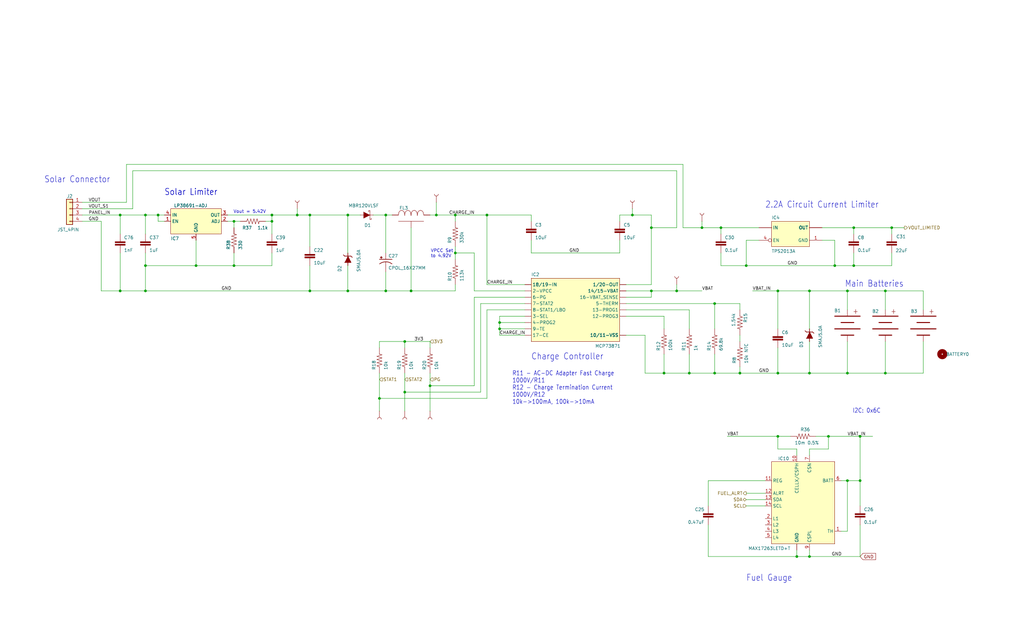
<source format=kicad_sch>
(kicad_sch (version 20250114) (generator "eeschema") (generator_version "9.0")
  (paper "User" 411.302 254.991)
  (lib_symbols
    (symbol "Connector_Generic:Conn_01x04" (pin_names (offset 1.016) (hide yes))
      (property "Reference" "J" (at 0 5.08 0))
      (property "Value" "Conn_01x04" (at 0 -7.62 0))
      (symbol "Conn_01x04_1_1"
        (pin passive line (at -5.08 2.54 0) (length 3.81) (name "Pin_1") (number "1"))
        (pin passive line (at -5.08 0 0) (length 3.81) (name "Pin_2") (number "2"))
        (pin passive line (at -5.08 -2.54 0) (length 3.81) (name "Pin_3") (number "3"))
        (pin passive line (at -5.08 -5.08 0) (length 3.81) (name "Pin_4") (number "4"))
      )
    )
    (symbol "autonode:18650_1042"
      (property "Reference" "B" (at 7.62 2.54 0))
      (symbol "18650_1042_1_0"
        (text "+" (at 2.032 5.842 0) (effects (font (size 2.1844 1.8567)) (justify left bottom)))
        (pin bidirectional line (at 0 7.62 270) (length 2.54) (name "+") (number "+"))
        (pin bidirectional line (at 0 -5.08 90) (length 2.54) (name "-") (number "-"))
      )
    )
    (symbol "autonode:BULLET"
      (property "Reference" "-" (at 1.524 -0.762 0))
    )
    (symbol "autonode:CAP0402"
      (property "Reference" "C" (at 1.524 2.921 0))
      (symbol "CAP0402_1_0"
        (pin passive line (at 0 5.08 270) (length 2.54) (name "1") (number "1"))
        (pin passive line (at 0 -2.54 90) (length 2.54) (name "2") (number "2"))
      )
    )
    (symbol "autonode:CAP0603"
      (property "Reference" "C" (at 1.524 2.921 0))
      (symbol "CAP0603_1_0"
        (pin passive line (at 0 5.08 270) (length 2.54) (name "1") (number "1"))
        (pin passive line (at 0 -2.54 90) (length 2.54) (name "2") (number "2"))
      )
    )
    (symbol "autonode:CAP0805"
      (property "Reference" "C" (at 1.524 2.921 0))
      (symbol "CAP0805_1_0"
        (pin passive line (at 0 5.08 270) (length 2.54) (name "1") (number "1"))
        (pin passive line (at 0 -2.54 90) (length 2.54) (name "2") (number "2"))
      )
    )
    (symbol "autonode:CPOL_16X27MM"
      (property "Reference" "C" (at 1.016 0.635 0))
      (symbol "CPOL_16X27MM_1_0"
        (pin passive line (at 0 2.54 270) (length 2.54) (name "+") (number "+"))
        (pin passive line (at 0 -5.08 90) (length 2.54) (name "-") (number "-"))
      )
    )
    (symbol "autonode:LP38691-ADJ"
      (property "Reference" "IC" (at -10.16 8.382 0))
      (symbol "LP38691-ADJ_1_0"
        (pin bidirectional line (at -12.7 5.08 0) (length 2.54) (name "IN") (number "4"))
        (pin bidirectional line (at -12.7 2.54 0) (length 2.54) (name "EN") (number "1"))
        (pin bidirectional line (at 0 -5.08 90) (length 2.54) (name "GND") (number "5"))
        (pin bidirectional line (at 12.7 5.08 180) (length 2.54) (name "OUT") (number "3"))
        (pin bidirectional line (at 12.7 2.54 180) (length 2.54) (name "ADJ") (number "2"))
      )
    )
    (symbol "autonode:MAX17263LETD+T"
      (property "Reference" "IC" (at 5.588 15.748 0))
      (symbol "MAX17263LETD+T_1_0"
        (pin bidirectional line (at -15.24 7.62 0) (length 2.54) (name "BATT") (number "6"))
        (pin bidirectional line (at -15.24 -12.7 0) (length 2.54) (name "TH") (number "1"))
        (pin bidirectional line (at -2.54 17.78 270) (length 2.54) (name "CSN") (number "7"))
        (pin bidirectional line (at -2.54 -20.32 90) (length 2.54) (name "CSPL") (number "9"))
        (pin bidirectional line (at 2.54 17.78 270) (length 2.54) (name "CELLX/CSPH") (number "10"))
        (pin bidirectional line (at 2.54 -20.32 90) (length 2.54) (name "GND") (number "15"))
        (pin bidirectional line (at 2.54 -20.32 90) (length 2.54) (name "GND") (number "8"))
        (pin bidirectional line (at 15.24 7.62 180) (length 2.54) (name "REG") (number "11"))
        (pin bidirectional line (at 15.24 2.54 180) (length 2.54) (name "ALRT") (number "12"))
        (pin bidirectional line (at 15.24 0 180) (length 2.54) (name "SDA") (number "13"))
        (pin bidirectional line (at 15.24 -2.54 180) (length 2.54) (name "SCL") (number "14"))
        (pin bidirectional line (at 15.24 -7.62 180) (length 2.54) (name "L1") (number "2"))
        (pin bidirectional line (at 15.24 -10.16 180) (length 2.54) (name "L2") (number "3"))
        (pin bidirectional line (at 15.24 -12.7 180) (length 2.54) (name "L3") (number "4"))
        (pin bidirectional line (at 15.24 -15.24 180) (length 2.54) (name "L4") (number "5"))
      )
    )
    (symbol "autonode:MBR120VLSF"
      (property "Reference" "D" (at -5.08 2.54 0))
      (symbol "MBR120VLSF_1_0"
        (pin bidirectional line (at -2.54 0 0) (length 0) (name "A") (number "A"))
        (pin bidirectional line (at 2.54 0 0) (length 0) (name "K") (number "K"))
      )
    )
    (symbol "autonode:MCP73871"
      (property "Reference" "IC" (at -17.78 13.462 0))
      (property "Value" "MCP73871" (at 8.128 -14.986 0))
      (symbol "MCP73871_1_0"
        (pin bidirectional line (at -20.32 10.16 0) (length 2.54) (name "18/19-IN") (number "18"))
        (pin bidirectional line (at -20.32 10.16 0) (length 2.54) (name "18/19-IN") (number "19"))
        (pin bidirectional line (at -20.32 7.62 0) (length 2.54) (name "2-VPCC") (number "2"))
        (pin bidirectional line (at -20.32 5.08 0) (length 2.54) (name "6-PG") (number "6"))
        (pin bidirectional line (at -20.32 2.54 0) (length 2.54) (name "7-STAT2") (number "7"))
        (pin bidirectional line (at -20.32 0 0) (length 2.54) (name "8-STAT1/LBO") (number "8"))
        (pin bidirectional line (at -20.32 -2.54 0) (length 2.54) (name "3-SEL") (number "3"))
        (pin bidirectional line (at -20.32 -5.08 0) (length 2.54) (name "4-PROG2") (number "4"))
        (pin bidirectional line (at -20.32 -7.62 0) (length 2.54) (name "9-TE") (number "9"))
        (pin bidirectional line (at -20.32 -10.16 0) (length 2.54) (name "17-CE") (number "17"))
        (pin bidirectional line (at 20.32 10.16 180) (length 2.54) (name "1/20-OUT") (number "1"))
        (pin bidirectional line (at 20.32 10.16 180) (length 2.54) (name "1/20-OUT") (number "20"))
        (pin bidirectional line (at 20.32 7.62 180) (length 2.54) (name "14/15-VBAT") (number "14"))
        (pin bidirectional line (at 20.32 7.62 180) (length 2.54) (name "14/15-VBAT") (number "15"))
        (pin bidirectional line (at 20.32 5.08 180) (length 2.54) (name "16-VBAT_SENSE") (number "16"))
        (pin bidirectional line (at 20.32 2.54 180) (length 2.54) (name "5-THERM") (number "5"))
        (pin bidirectional line (at 20.32 0 180) (length 2.54) (name "13-PROG1") (number "13"))
        (pin bidirectional line (at 20.32 -2.54 180) (length 2.54) (name "12-PROG3") (number "12"))
        (pin bidirectional line (at 20.32 -10.16 180) (length 2.54) (name "10/11-VSS") (number "10"))
        (pin bidirectional line (at 20.32 -10.16 180) (length 2.54) (name "10/11-VSS") (number "11"))
        (pin bidirectional line (at 20.32 -10.16 180) (length 2.54) (name "10/11-VSS") (number "EP"))
      )
    )
    (symbol "autonode:RESISTOR0402-RES"
      (property "Reference" "R" (at -3.81 1.4986 0))
      (symbol "RESISTOR0402-RES_1_0"
        (pin passive line (at -5.08 0 0) (length 2.54) (name "1") (number "1"))
        (pin passive line (at 5.08 0 180) (length 2.54) (name "2") (number "2"))
      )
    )
    (symbol "autonode:RESISTOR1206"
      (property "Reference" "R" (at -3.81 1.4986 0))
      (symbol "RESISTOR1206_1_0"
        (pin passive line (at -5.08 0 0) (length 2.54) (name "1") (number "1"))
        (pin passive line (at 5.08 0 180) (length 2.54) (name "2") (number "2"))
      )
    )
    (symbol "autonode:SMAJ5.0A"
      (property "Reference" "D" (at -5.08 2.54 0))
      (symbol "SMAJ5.0A_1_0"
        (pin bidirectional line (at -2.54 0 0) (length 0) (name "A") (number "A"))
        (pin bidirectional line (at 2.54 0 0) (length 0) (name "K") (number "K"))
      )
    )
    (symbol "autonode:TEST-POINT3X5"
      (symbol "TEST-POINT3X5_1_0"
        (pin bidirectional line (at 0 0 180) (length 0) (name "1") (number "0"))
      )
    )
    (symbol "autonode:TPS2013A"
      (property "Reference" "IC" (at -7.62 5.842 0))
      (symbol "TPS2013A_1_0"
        (pin bidirectional line (at -12.7 2.54 0) (length 5.08) (name "IN") (number "2"))
        (pin bidirectional line (at -12.7 2.54 0) (length 5.08) (name "IN") (number "3"))
        (pin bidirectional inverted (at -12.7 -2.54 0) (length 5.08) (name "EN") (number "4"))
        (pin bidirectional line (at 12.7 2.54 180) (length 5.08) (name "OUT") (number "5"))
        (pin bidirectional line (at 12.7 2.54 180) (length 5.08) (name "OUT") (number "6"))
        (pin bidirectional line (at 12.7 2.54 180) (length 5.08) (name "OUT") (number "7"))
        (pin bidirectional line (at 12.7 2.54 180) (length 5.08) (name "OUT") (number "8"))
        (pin bidirectional line (at 12.7 -2.54 180) (length 5.08) (name "GND") (number "1"))
      )
    )
    (symbol "autonode:YFF31HC2A104MT000N"
      (property "Reference" "FL" (at -4.7244 2.1336 0))
      (symbol "YFF31HC2A104MT000N_1_0"
        (pin passive line (at -7.62 0 0) (length 2.54) (name "1") (number "1"))
        (pin passive line (at 0 -5.08 90) (length 2.54) (name "GND") (number "GND"))
        (pin passive line (at 7.62 0 180) (length 2.54) (name "2") (number "3"))
      )
    )
  )
  (text "Vout = 5.42V" (at 93.726 85.852 0) (effects (font (size 1.27 1.27)) (justify left bottom)))
  (text "Solar Connector" (at 17.78 73.66 0) (effects (font (size 2.54 2.159)) (justify left bottom)))
  (text "Fuel Gauge" (at 299.72 233.68 0) (effects (font (size 2.54 2.159)) (justify left bottom)))
  (text "2.2A Circuit Current Limiter" (at 307.34 83.82 0) (effects (font (size 2.54 2.159)) (justify left bottom)))
  (text "R11 - AC-DC Adapter Fast Charge\n1000V/R11\nR12 - Charge Termination Current\n1000V/R12\n10k->100mA, 100k->10mA" (at 205.74 162.56 0) (effects (font (size 1.778 1.5113)) (justify left bottom)))
  (text "I2C: 0x6C" (at 342.392 166.116 0) (effects (font (size 1.778 1.5113)) (justify left bottom)))
  (text "Solar Limiter" (at 66.04 78.74 0) (effects (font (size 2.54 2.159)) (justify left bottom)))
  (text "Solar Limiter" (at 66.04 78.74 0) (effects (font (size 2.54 2.159)) (justify left bottom)))
  (text "Charge Controller" (at 213.36 144.78 0) (effects (font (size 2.54 2.159)) (justify left bottom)))
  (text "VPCC Set\nto 4.92V" (at 172.974 103.632 0) (effects (font (size 1.27 1.27)) (justify left bottom)))
  (text "Main Batteries" (at 339.344 115.57 0) (effects (font (size 2.54 2.159)) (justify left bottom)))
  (junction (at 172.72 154.94))
  (junction (at 48.26 86.36))
  (junction (at 139.7 86.36))
  (junction (at 200.66 132.08))
  (junction (at 342.9 106.68))
  (junction (at 63.5 86.36))
  (junction (at 340.36 116.84))
  (junction (at 93.98 106.68))
  (junction (at 358.14 91.44))
  (junction (at 312.42 149.86))
  (junction (at 48.26 116.84))
  (junction (at 320.04 223.52))
  (junction (at 58.42 86.36))
  (junction (at 312.42 175.26))
  (junction (at 182.88 101.6))
  (junction (at 93.98 88.9))
  (junction (at 162.56 137.16))
  (junction (at 78.74 106.68))
  (junction (at 124.46 116.84))
  (junction (at 200.66 129.54))
  (junction (at 261.62 91.44))
  (junction (at 281.94 91.44))
  (junction (at 340.36 149.86))
  (junction (at 254 86.36))
  (junction (at 109.22 86.36))
  (junction (at 287.02 149.86))
  (junction (at 139.7 116.84))
  (junction (at 58.42 116.84))
  (junction (at 182.88 86.36))
  (junction (at 124.46 86.36))
  (junction (at 355.6 116.84))
  (junction (at 165.1 116.84))
  (junction (at 342.9 91.44))
  (junction (at 58.42 106.68))
  (junction (at 154.94 86.36))
  (junction (at 345.44 175.26))
  (junction (at 289.56 91.44))
  (junction (at 271.78 116.84))
  (junction (at 152.4 160.02))
  (junction (at 297.18 149.86))
  (junction (at 276.86 149.86))
  (junction (at 266.7 149.86))
  (junction (at 335.28 106.68))
  (junction (at 299.72 106.68))
  (junction (at 261.62 116.84))
  (junction (at 325.12 116.84))
  (junction (at 325.12 149.86))
  (junction (at 287.02 121.92))
  (junction (at 345.44 193.04))
  (junction (at 340.36 193.04))
  (junction (at 325.12 223.52))
  (junction (at 355.6 149.86))
  (junction (at 175.26 86.36))
  (junction (at 332.74 175.26))
  (junction (at 109.22 88.9))
  (junction (at 312.42 116.84))
  (junction (at 119.38 86.36))
  (junction (at 195.58 86.36))
  (junction (at 162.56 157.48))
  (junction (at 154.94 116.84))
  (wire (pts (xy 299.72 106.68) (xy 335.28 106.68)) (stroke (width 0.1524)))
  (wire (pts (xy 172.72 137.16) (xy 172.72 139.7)) (stroke (width 0.1524)))
  (wire (pts (xy 325.12 182.88) (xy 325.12 180.34)) (stroke (width 0.1524)))
  (wire (pts (xy 66.04 88.9) (xy 63.5 88.9)) (stroke (width 0.1524)))
  (wire (pts (xy 48.26 116.84) (xy 58.42 116.84)) (stroke (width 0.1524)))
  (wire (pts (xy 124.46 116.84) (xy 139.7 116.84)) (stroke (width 0.1524)))
  (wire (pts (xy 78.74 106.68) (xy 58.42 106.68)) (stroke (width 0.1524)))
  (wire (pts (xy 297.18 134.62) (xy 297.18 137.16)) (stroke (width 0.1524)))
  (wire (pts (xy 152.4 139.7) (xy 152.4 137.16)) (stroke (width 0.1524)))
  (wire (pts (xy 58.42 106.68) (xy 58.42 101.6)) (stroke (width 0.1524)))
  (wire (pts (xy 210.82 129.54) (xy 200.66 129.54)) (stroke (width 0.1524)))
  (wire (pts (xy 248.92 86.36) (xy 254 86.36)) (stroke (width 0.1524)))
  (wire (pts (xy 58.42 116.84) (xy 124.46 116.84)) (stroke (width 0.1524)))
  (wire (pts (xy 139.7 106.68) (xy 139.7 116.84)) (stroke (width 0.1524)))
  (wire (pts (xy 165.1 116.84) (xy 182.88 116.84)) (stroke (width 0.1524)))
  (wire (pts (xy 274.32 66.04) (xy 50.8 66.04)) (stroke (width 0.1524)))
  (wire (pts (xy 93.98 101.6) (xy 93.98 106.68)) (stroke (width 0.1524)))
  (wire (pts (xy 152.4 137.16) (xy 162.56 137.16)) (stroke (width 0.1524)))
  (wire (pts (xy 210.82 134.62) (xy 200.66 134.62)) (stroke (width 0.1524)))
  (wire (pts (xy 119.38 83.82) (xy 119.38 86.36)) (stroke (width 0.1524)))
  (wire (pts (xy 271.78 68.58) (xy 271.78 91.44)) (stroke (width 0.1524)))
  (wire (pts (xy 254 83.82) (xy 254 86.36)) (stroke (width 0.1524)))
  (wire (pts (xy 213.36 96.52) (xy 213.36 101.6)) (stroke (width 0.1524)))
  (wire (pts (xy 271.78 116.84) (xy 261.62 116.84)) (stroke (width 0.1524)))
  (wire (pts (xy 251.46 134.62) (xy 259.08 134.62)) (stroke (width 0.1524)))
  (wire (pts (xy 175.26 81.28) (xy 175.26 86.36)) (stroke (width 0.1524)))
  (wire (pts (xy 157.48 86.36) (xy 154.94 86.36)) (stroke (width 0.1524)))
  (wire (pts (xy 276.86 142.24) (xy 276.86 149.86)) (stroke (width 0.1524)))
  (wire (pts (xy 162.56 139.7) (xy 162.56 137.16)) (stroke (width 0.1524)))
  (wire (pts (xy 330.2 96.52) (xy 335.28 96.52)) (stroke (width 0.1524)))
  (wire (pts (xy 195.58 86.36) (xy 213.36 86.36)) (stroke (width 0.1524)))
  (wire (pts (xy 154.94 101.6) (xy 154.94 86.36)) (stroke (width 0.1524)))
  (wire (pts (xy 289.56 93.98) (xy 289.56 91.44)) (stroke (width 0.1524)))
  (wire (pts (xy 48.26 86.36) (xy 58.42 86.36)) (stroke (width 0.1524)))
  (wire (pts (xy 109.22 86.36) (xy 119.38 86.36)) (stroke (width 0.1524)))
  (wire (pts (xy 190.5 119.38) (xy 190.5 154.94)) (stroke (width 0.1524)))
  (wire (pts (xy 355.6 116.84) (xy 370.84 116.84)) (stroke (width 0.1524)))
  (wire (pts (xy 337.82 193.04) (xy 340.36 193.04)) (stroke (width 0.1524)))
  (wire (pts (xy 340.36 137.16) (xy 340.36 149.86)) (stroke (width 0.1524)))
  (wire (pts (xy 119.38 86.36) (xy 124.46 86.36)) (stroke (width 0.1524)))
  (wire (pts (xy 175.26 86.36) (xy 182.88 86.36)) (stroke (width 0.1524)))
  (wire (pts (xy 271.78 114.3) (xy 271.78 116.84)) (stroke (width 0.1524)))
  (wire (pts (xy 210.82 124.46) (xy 195.58 124.46)) (stroke (width 0.1524)))
  (wire (pts (xy 327.66 175.26) (xy 332.74 175.26)) (stroke (width 0.1524)))
  (wire (pts (xy 106.68 88.9) (xy 109.22 88.9)) (stroke (width 0.1524)))
  (wire (pts (xy 317.5 175.26) (xy 312.42 175.26)) (stroke (width 0.1524)))
  (wire (pts (xy 325.12 132.08) (xy 325.12 116.84)) (stroke (width 0.1524)))
  (wire (pts (xy 210.82 119.38) (xy 190.5 119.38)) (stroke (width 0.1524)))
  (wire (pts (xy 332.74 180.34) (xy 332.74 175.26)) (stroke (width 0.1524)))
  (wire (pts (xy 320.04 182.88) (xy 320.04 180.34)) (stroke (width 0.1524)))
  (wire (pts (xy 251.46 116.84) (xy 261.62 116.84)) (stroke (width 0.1524)))
  (wire (pts (xy 307.34 193.04) (xy 284.48 193.04)) (stroke (width 0.1524)))
  (wire (pts (xy 307.34 200.66) (xy 299.72 200.66)) (stroke (width 0.1524)))
  (wire (pts (xy 312.42 116.84) (xy 302.26 116.84)) (stroke (width 0.1524)))
  (wire (pts (xy 139.7 86.36) (xy 144.78 86.36)) (stroke (width 0.1524)))
  (wire (pts (xy 274.32 91.44) (xy 274.32 66.04)) (stroke (width 0.1524)))
  (wire (pts (xy 40.64 88.9) (xy 33.02 88.9)) (stroke (width 0.1524)))
  (wire (pts (xy 93.98 88.9) (xy 93.98 91.44)) (stroke (width 0.1524)))
  (wire (pts (xy 91.44 88.9) (xy 93.98 88.9)) (stroke (width 0.1524)))
  (wire (pts (xy 284.48 223.52) (xy 320.04 223.52)) (stroke (width 0.1524)))
  (wire (pts (xy 50.8 81.28) (xy 33.02 81.28)) (stroke (width 0.1524)))
  (wire (pts (xy 109.22 88.9) (xy 109.22 93.98)) (stroke (width 0.1524)))
  (wire (pts (xy 281.94 91.44) (xy 274.32 91.44)) (stroke (width 0.1524)))
  (wire (pts (xy 162.56 165.1) (xy 162.56 157.48)) (stroke (width 0.1524)))
  (wire (pts (xy 289.56 106.68) (xy 299.72 106.68)) (stroke (width 0.1524)))
  (wire (pts (xy 124.46 106.68) (xy 124.46 116.84)) (stroke (width 0.1524)))
  (wire (pts (xy 109.22 88.9) (xy 109.22 86.36)) (stroke (width 0.1524)))
  (wire (pts (xy 210.82 127) (xy 200.66 127)) (stroke (width 0.1524)))
  (wire (pts (xy 337.82 213.36) (xy 340.36 213.36)) (stroke (width 0.1524)))
  (wire (pts (xy 190.5 101.6) (xy 182.88 101.6)) (stroke (width 0.1524)))
  (wire (pts (xy 152.4 160.02) (xy 152.4 149.86)) (stroke (width 0.1524)))
  (wire (pts (xy 287.02 149.86) (xy 276.86 149.86)) (stroke (width 0.1524)))
  (wire (pts (xy 193.04 121.92) (xy 193.04 157.48)) (stroke (width 0.1524)))
  (wire (pts (xy 345.44 223.52) (xy 345.44 210.82)) (stroke (width 0.1524)))
  (wire (pts (xy 287.02 142.24) (xy 287.02 149.86)) (stroke (width 0.1524)))
  (wire (pts (xy 200.66 132.08) (xy 200.66 134.62)) (stroke (width 0.1524)))
  (wire (pts (xy 210.82 114.3) (xy 195.58 114.3)) (stroke (width 0.1524)))
  (wire (pts (xy 109.22 106.68) (xy 109.22 101.6)) (stroke (width 0.1524)))
  (wire (pts (xy 251.46 127) (xy 266.7 127)) (stroke (width 0.1524)))
  (wire (pts (xy 304.8 96.52) (xy 299.72 96.52)) (stroke (width 0.1524)))
  (wire (pts (xy 312.42 139.7) (xy 312.42 149.86)) (stroke (width 0.1524)))
  (wire (pts (xy 182.88 114.3) (xy 182.88 116.84)) (stroke (width 0.1524)))
  (wire (pts (xy 345.44 193.04) (xy 345.44 175.26)) (stroke (width 0.1524)))
  (wire (pts (xy 358.14 93.98) (xy 358.14 91.44)) (stroke (width 0.1524)))
  (wire (pts (xy 312.42 132.08) (xy 312.42 116.84)) (stroke (width 0.1524)))
  (wire (pts (xy 63.5 88.9) (xy 63.5 86.36)) (stroke (width 0.1524)))
  (wire (pts (xy 154.94 116.84) (xy 165.1 116.84)) (stroke (width 0.1524)))
  (wire (pts (xy 266.7 149.86) (xy 259.08 149.86)) (stroke (width 0.1524)))
  (wire (pts (xy 276.86 149.86) (xy 266.7 149.86)) (stroke (width 0.1524)))
  (wire (pts (xy 340.36 116.84) (xy 355.6 116.84)) (stroke (width 0.1524)))
  (wire (pts (xy 289.56 101.6) (xy 289.56 106.68)) (stroke (width 0.1524)))
  (wire (pts (xy 271.78 68.58) (xy 53.34 68.58)) (stroke (width 0.1524)))
  (wire (pts (xy 195.58 86.36) (xy 182.88 86.36)) (stroke (width 0.1524)))
  (wire (pts (xy 281.94 88.9) (xy 281.94 91.44)) (stroke (width 0.1524)))
  (wire (pts (xy 312.42 149.86) (xy 325.12 149.86)) (stroke (width 0.1524)))
  (wire (pts (xy 289.56 91.44) (xy 281.94 91.44)) (stroke (width 0.1524)))
  (wire (pts (xy 261.62 114.3) (xy 251.46 114.3)) (stroke (width 0.1524)))
  (wire (pts (xy 40.64 88.9) (xy 40.64 116.84)) (stroke (width 0.1524)))
  (wire (pts (xy 172.72 86.36) (xy 175.26 86.36)) (stroke (width 0.1524)))
  (wire (pts (xy 299.72 96.52) (xy 299.72 106.68)) (stroke (width 0.1524)))
  (wire (pts (xy 172.72 154.94) (xy 172.72 149.86)) (stroke (width 0.1524)))
  (wire (pts (xy 182.88 101.6) (xy 182.88 104.14)) (stroke (width 0.1524)))
  (wire (pts (xy 162.56 137.16) (xy 172.72 137.16)) (stroke (width 0.1524)))
  (wire (pts (xy 190.5 116.84) (xy 190.5 101.6)) (stroke (width 0.1524)))
  (wire (pts (xy 325.12 220.98) (xy 325.12 223.52)) (stroke (width 0.1524)))
  (wire (pts (xy 297.18 149.86) (xy 287.02 149.86)) (stroke (width 0.1524)))
  (wire (pts (xy 124.46 86.36) (xy 139.7 86.36)) (stroke (width 0.1524)))
  (wire (pts (xy 78.74 96.52) (xy 78.74 106.68)) (stroke (width 0.1524)))
  (wire (pts (xy 266.7 127) (xy 266.7 132.08)) (stroke (width 0.1524)))
  (wire (pts (xy 312.42 116.84) (xy 325.12 116.84)) (stroke (width 0.1524)))
  (wire (pts (xy 33.02 86.36) (xy 48.26 86.36)) (stroke (width 0.1524)))
  (wire (pts (xy 149.86 86.36) (xy 154.94 86.36)) (stroke (width 0.1524)))
  (wire (pts (xy 340.36 213.36) (xy 340.36 193.04)) (stroke (width 0.1524)))
  (wire (pts (xy 271.78 116.84) (xy 281.94 116.84)) (stroke (width 0.1524)))
  (wire (pts (xy 297.18 124.46) (xy 297.18 121.92)) (stroke (width 0.1524)))
  (wire (pts (xy 304.8 91.44) (xy 289.56 91.44)) (stroke (width 0.1524)))
  (wire (pts (xy 210.82 116.84) (xy 190.5 116.84)) (stroke (width 0.1524)))
  (wire (pts (xy 195.58 160.02) (xy 152.4 160.02)) (stroke (width 0.1524)))
  (wire (pts (xy 297.18 147.32) (xy 297.18 149.86)) (stroke (width 0.1524)))
  (wire (pts (xy 251.46 119.38) (xy 261.62 119.38)) (stroke (width 0.1524)))
  (wire (pts (xy 152.4 165.1) (xy 152.4 160.02)) (stroke (width 0.1524)))
  (wire (pts (xy 370.84 116.84) (xy 370.84 124.46)) (stroke (width 0.1524)))
  (wire (pts (xy 345.44 175.26) (xy 350.52 175.26)) (stroke (width 0.1524)))
  (wire (pts (xy 271.78 91.44) (xy 261.62 91.44)) (stroke (width 0.1524)))
  (wire (pts (xy 254 86.36) (xy 261.62 86.36)) (stroke (width 0.1524)))
  (wire (pts (xy 325.12 137.16) (xy 325.12 149.86)) (stroke (width 0.1524)))
  (wire (pts (xy 340.36 149.86) (xy 355.6 149.86)) (stroke (width 0.1524)))
  (wire (pts (xy 342.9 106.68) (xy 358.14 106.68)) (stroke (width 0.1524)))
  (wire (pts (xy 342.9 101.6) (xy 342.9 106.68)) (stroke (width 0.1524)))
  (wire (pts (xy 154.94 116.84) (xy 154.94 109.22)) (stroke (width 0.1524)))
  (wire (pts (xy 251.46 121.92) (xy 287.02 121.92)) (stroke (width 0.1524)))
  (wire (pts (xy 297.18 121.92) (xy 287.02 121.92)) (stroke (width 0.1524)))
  (wire (pts (xy 200.66 127) (xy 200.66 129.54)) (stroke (width 0.1524)))
  (wire (pts (xy 320.04 220.98) (xy 320.04 223.52)) (stroke (width 0.1524)))
  (wire (pts (xy 58.42 106.68) (xy 58.42 116.84)) (stroke (width 0.1524)))
  (wire (pts (xy 165.1 91.44) (xy 165.1 116.84)) (stroke (width 0.1524)))
  (wire (pts (xy 162.56 157.48) (xy 162.56 149.86)) (stroke (width 0.1524)))
  (wire (pts (xy 342.9 106.68) (xy 335.28 106.68)) (stroke (width 0.1524)))
  (wire (pts (xy 342.9 91.44) (xy 358.14 91.44)) (stroke (width 0.1524)))
  (wire (pts (xy 261.62 91.44) (xy 261.62 114.3)) (stroke (width 0.1524)))
  (wire (pts (xy 40.64 116.84) (xy 48.26 116.84)) (stroke (width 0.1524)))
  (wire (pts (xy 355.6 137.16) (xy 355.6 149.86)) (stroke (width 0.1524)))
  (wire (pts (xy 93.98 88.9) (xy 96.52 88.9)) (stroke (width 0.1524)))
  (wire (pts (xy 48.26 101.6) (xy 48.26 116.84)) (stroke (width 0.1524)))
  (wire (pts (xy 210.82 121.92) (xy 193.04 121.92)) (stroke (width 0.1524)))
  (wire (pts (xy 276.86 124.46) (xy 276.86 132.08)) (stroke (width 0.1524)))
  (wire (pts (xy 332.74 175.26) (xy 345.44 175.26)) (stroke (width 0.1524)))
  (wire (pts (xy 284.48 210.82) (xy 284.48 223.52)) (stroke (width 0.1524)))
  (wire (pts (xy 58.42 86.36) (xy 58.42 93.98)) (stroke (width 0.1524)))
  (wire (pts (xy 307.34 198.12) (xy 299.72 198.12)) (stroke (width 0.1524)))
  (wire (pts (xy 261.62 116.84) (xy 261.62 119.38)) (stroke (width 0.1524)))
  (wire (pts (xy 251.46 124.46) (xy 276.86 124.46)) (stroke (width 0.1524)))
  (wire (pts (xy 345.44 203.2) (xy 345.44 193.04)) (stroke (width 0.1524)))
  (wire (pts (xy 195.58 124.46) (xy 195.58 160.02)) (stroke (width 0.1524)))
  (wire (pts (xy 248.92 96.52) (xy 248.92 101.6)) (stroke (width 0.1524)))
  (wire (pts (xy 78.74 106.68) (xy 93.98 106.68)) (stroke (width 0.1524)))
  (wire (pts (xy 259.08 149.86) (xy 259.08 134.62)) (stroke (width 0.1524)))
  (wire (pts (xy 358.14 91.44) (xy 363.22 91.44)) (stroke (width 0.1524)))
  (wire (pts (xy 355.6 124.46) (xy 355.6 116.84)) (stroke (width 0.1524)))
  (wire (pts (xy 93.98 106.68) (xy 109.22 106.68)) (stroke (width 0.1524)))
  (wire (pts (xy 358.14 106.68) (xy 358.14 101.6)) (stroke (width 0.1524)))
  (wire (pts (xy 261.62 86.36) (xy 261.62 91.44)) (stroke (width 0.1524)))
  (wire (pts (xy 340.36 124.46) (xy 340.36 116.84)) (stroke (width 0.1524)))
  (wire (pts (xy 48.26 93.98) (xy 48.26 86.36)) (stroke (width 0.1524)))
  (wire (pts (xy 50.8 66.04) (xy 50.8 81.28)) (stroke (width 0.1524)))
  (wire (pts (xy 355.6 149.86) (xy 370.84 149.86)) (stroke (width 0.1524)))
  (wire (pts (xy 312.42 180.34) (xy 312.42 175.26)) (stroke (width 0.1524)))
  (wire (pts (xy 370.84 149.86) (xy 370.84 137.16)) (stroke (width 0.1524)))
  (wire (pts (xy 325.12 180.34) (xy 332.74 180.34)) (stroke (width 0.1524)))
  (wire (pts (xy 340.36 193.04) (xy 345.44 193.04)) (stroke (width 0.1524)))
  (wire (pts (xy 139.7 116.84) (xy 154.94 116.84)) (stroke (width 0.1524)))
  (wire (pts (xy 312.42 175.26) (xy 292.1 175.26)) (stroke (width 0.1524)))
  (wire (pts (xy 335.28 96.52) (xy 335.28 106.68)) (stroke (width 0.1524)))
  (wire (pts (xy 284.48 193.04) (xy 284.48 203.2)) (stroke (width 0.1524)))
  (wire (pts (xy 66.04 86.36) (xy 63.5 86.36)) (stroke (width 0.1524)))
  (wire (pts (xy 307.34 203.2) (xy 299.72 203.2)) (stroke (width 0.1524)))
  (wire (pts (xy 325.12 116.84) (xy 340.36 116.84)) (stroke (width 0.1524)))
  (wire (pts (xy 53.34 68.58) (xy 53.34 83.82)) (stroke (width 0.1524)))
  (wire (pts (xy 63.5 86.36) (xy 58.42 86.36)) (stroke (width 0.1524)))
  (wire (pts (xy 193.04 157.48) (xy 162.56 157.48)) (stroke (width 0.1524)))
  (wire (pts (xy 325.12 149.86) (xy 340.36 149.86)) (stroke (width 0.1524)))
  (wire (pts (xy 182.88 88.9) (xy 182.88 86.36)) (stroke (width 0.1524)))
  (wire (pts (xy 124.46 99.06) (xy 124.46 86.36)) (stroke (width 0.1524)))
  (wire (pts (xy 287.02 132.08) (xy 287.02 121.92)) (stroke (width 0.1524)))
  (wire (pts (xy 172.72 165.1) (xy 172.72 154.94)) (stroke (width 0.1524)))
  (wire (pts (xy 266.7 142.24) (xy 266.7 149.86)) (stroke (width 0.1524)))
  (wire (pts (xy 190.5 154.94) (xy 172.72 154.94)) (stroke (width 0.1524)))
  (wire (pts (xy 53.34 83.82) (xy 33.02 83.82)) (stroke (width 0.1524)))
  (wire (pts (xy 330.2 91.44) (xy 342.9 91.44)) (stroke (width 0.1524)))
  (wire (pts (xy 342.9 93.98) (xy 342.9 91.44)) (stroke (width 0.1524)))
  (wire (pts (xy 320.04 223.52) (xy 325.12 223.52)) (stroke (width 0.1524)))
  (wire (pts (xy 325.12 223.52) (xy 345.44 223.52)) (stroke (width 0.1524)))
  (wire (pts (xy 195.58 114.3) (xy 195.58 86.36)) (stroke (width 0.1524)))
  (wire (pts (xy 210.82 132.08) (xy 200.66 132.08)) (stroke (width 0.1524)))
  (wire (pts (xy 182.88 101.6) (xy 182.88 99.06)) (stroke (width 0.1524)))
  (wire (pts (xy 91.44 86.36) (xy 109.22 86.36)) (stroke (width 0.1524)))
  (wire (pts (xy 213.36 88.9) (xy 213.36 86.36)) (stroke (width 0.1524)))
  (wire (pts (xy 139.7 101.6) (xy 139.7 86.36)) (stroke (width 0.1524)))
  (wire (pts (xy 248.92 88.9) (xy 248.92 86.36)) (stroke (width 0.1524)))
  (wire (pts (xy 320.04 180.34) (xy 312.42 180.34)) (stroke (width 0.1524)))
  (wire (pts (xy 312.42 149.86) (xy 297.18 149.86)) (stroke (width 0.1524)))
  (wire (pts (xy 200.66 129.54) (xy 200.66 132.08)) (stroke (width 0.1524)))
  (wire (pts (xy 213.36 101.6) (xy 248.92 101.6)) (stroke (width 0.1524)))
  (label "3V3" (at 166.37 137.16 0))
  (label "GND" (at 316.23 106.68 0))
  (label "VBAT_IN" (at 302.26 116.84 0) (effects (font (size 1.2446 1.2446))))
  (label "VBAT" (at 281.94 116.84 0) (effects (font (size 1.2446 1.2446))))
  (label "VBAT_IN" (at 340.36 175.26 0) (effects (font (size 1.2446 1.2446))))
  (label "GND" (at 88.9 116.84 0))
  (label "VOUT" (at 35.56 81.28 0) (effects (font (size 1.2446 1.2446))))
  (label "CHARGE_IN" (at 200.66 134.62 0) (effects (font (size 1.2446 1.2446))))
  (label "GND" (at 334.01 223.52 0))
  (label "GND" (at 35.56 88.9 0))
  (label "VBAT" (at 292.1 175.26 0) (effects (font (size 1.2446 1.2446))))
  (label "PANEL_IN" (at 35.56 86.36 0) (effects (font (size 1.2446 1.2446))))
  (label "GND" (at 228.6 101.6 0))
  (label "CHARGE_IN" (at 180.34 86.36 0) (effects (font (size 1.2446 1.2446))))
  (label "GND" (at 304.8 149.86 0))
  (label "VOUT_S1" (at 35.56 83.82 0) (effects (font (size 1.2446 1.2446))))
  (label "CHARGE_IN" (at 195.58 114.3 0) (effects (font (size 1.2446 1.2446))))
  (global_label "GND" (shape input) (at 345.44 223.52 0) (property "Intersheetrefs" "${INTERSHEET_REFS}" (effects (hide yes))))
  (hierarchical_label "STAT2" (shape input) (at 162.56 152.4 0))
  (hierarchical_label "SDA" (shape bidirectional) (at 299.72 200.66 180))
  (hierarchical_label "VOUT_LIMITED" (shape output) (at 363.22 91.44 0))
  (hierarchical_label "3V3" (shape input) (at 172.72 137.16 0))
  (hierarchical_label "PG" (shape input) (at 172.72 152.4 0))
  (hierarchical_label "SCL" (shape input) (at 299.72 203.2 180))
  (hierarchical_label "STAT1" (shape input) (at 152.4 152.4 0))
  (hierarchical_label "FUEL_ALRT" (shape output) (at 299.72 198.12 180))
  (symbol (lib_id "autonode:CAP0402") (at 109.22 99.06 0) (unit 1)
    (property "Reference" "C39" (at 110.744 96.139 0) (effects (justify left bottom)))
    (property "Value" "1uF" (at 110.744 101.219 0) (effects (justify left bottom)))
    (property "Footprint" "Capacitor_SMD:C_0402_1005Metric" (effects (hide yes)))
    (property "Description" "Capacitor Standard 0603 ceramic capacitor, and 0.1\" leaded capacitor." (effects (hide yes)))
    (property "DK" "445-175218-1-ND" (effects (hide yes)))
    (property "PARTNO" "C1005X5R1V105K050BE" (effects (hide yes)))
  )
  (symbol (lib_id "autonode:TEST-POINT3X5") (at 271.78 114.3 90) (unit 1)
    (property "Reference" "TP27" (effects (hide yes)))
    (property "Value" "TEST-POINT3X5" (effects (hide yes)))
    (property "Footprint" "autonode:PAD.03X.05" (effects (hide yes)))
    (property "Description" "Bare copper test points for troubleshooting or ICT" (effects (hide yes)))
  )
  (symbol (lib_id "autonode:RESISTOR0402-RES") (at 297.18 129.54 270) (unit 1)
    (property "Reference" "R15" (at 298.6786 125.73 0) (effects (justify left bottom)))
    (property "Value" "1.54k" (at 293.878 125.73 0) (effects (justify left bottom)))
    (property "Footprint" "Resistor_SMD:R_0402_1005Metric" (effects (hide yes)))
    (property "Description" "Resistor Basic schematic elements and footprints for 0603, 1206, and PTH resistors." (effects (hide yes)))
    (property "DK" "YAG3040CT-ND" (effects (hide yes)))
    (property "PARTNO" "RC0402FR-071K54L" (effects (hide yes)))
  )
  (symbol (lib_id "autonode:CAP0402") (at 48.26 99.06 0) (unit 1)
    (property "Reference" "C76" (at 49.784 96.139 0) (effects (justify left bottom)))
    (property "Value" "1nF" (at 49.784 101.219 0) (effects (justify left bottom)))
    (property "Footprint" "Capacitor_SMD:C_0402_1005Metric" (effects (hide yes)))
    (property "Description" "Capacitor Standard 0603 ceramic capacitor, and 0.1\" leaded capacitor." (effects (hide yes)))
    (property "DK" "311-1712-1-ND" (effects (hide yes)))
    (property "PARTNO" "CC0402KRX7R8BB102" (effects (hide yes)))
  )
  (symbol (lib_id "autonode:RESISTOR1206") (at 322.58 175.26 0) (mirror y) (unit 1)
    (property "Reference" "R36" (at 325.374 173.2534 0) (effects (justify left bottom)))
    (property "Value" "10m 0.5%" (at 328.93 178.562 0) (effects (justify left bottom)))
    (property "Footprint" "Resistor_SMD:R_1206_3216Metric" (effects (hide yes)))
    (property "Description" "Resistor Basic schematic elements and footprints for 0603, 1206, and PTH resistors." (effects (hide yes)))
    (property "DK" "273-PCS1206DR0100ETCT-ND" (effects (hide yes)))
    (property "PARTNO" "PCS1206DR0100ET" (effects (hide yes)))
  )
  (symbol (lib_id "autonode:TEST-POINT3X5") (at 172.72 165.1 270) (unit 1)
    (property "Reference" "TP32" (effects (hide yes)))
    (property "Value" "TEST-POINT3X5" (effects (hide yes)))
    (property "Footprint" "autonode:PAD.03X.05" (effects (hide yes)))
    (property "Description" "Bare copper test points for troubleshooting or ICT" (effects (hide yes)))
  )
  (symbol (lib_id "autonode:TEST-POINT3X5") (at 281.94 88.9 90) (unit 1)
    (property "Reference" "TP29" (effects (hide yes)))
    (property "Value" "TEST-POINT3X5" (effects (hide yes)))
    (property "Footprint" "autonode:PAD.03X.05" (effects (hide yes)))
    (property "Description" "Bare copper test points for troubleshooting or ICT" (effects (hide yes)))
  )
  (symbol (lib_id "autonode:RESISTOR0402-RES") (at 101.6 88.9 0) (unit 1)
    (property "Reference" "R37" (at 97.282 92.2274 0) (effects (justify left bottom)))
    (property "Value" "1.1k" (at 103.378 92.202 0) (effects (justify left bottom)))
    (property "Footprint" "Resistor_SMD:R_0402_1005Metric" (effects (hide yes)))
    (property "Description" "Resistor Basic schematic elements and footprints for 0603, 1206, and PTH resistors." (effects (hide yes)))
    (property "DK" "311-1.10KLRCT-ND" (effects (hide yes)))
    (property "PARTNO" "RC0402FR-071K1L" (effects (hide yes)))
  )
  (symbol (lib_id "autonode:CAP0805") (at 358.14 99.06 0) (unit 1)
    (property "Reference" "C31" (at 359.918 95.758 0) (effects (justify left bottom)))
    (property "Value" "22uF" (at 359.664 101.346 0) (effects (justify left bottom)))
    (property "Footprint" "Capacitor_SMD:C_0805_2012Metric" (effects (hide yes)))
    (property "Description" "Capacitor Standard 0603 ceramic capacitor, and 0.1\" leaded capacitor." (effects (hide yes)))
    (property "DK" "490-10749-1-ND" (effects (hide yes)))
    (property "PARTNO" "GRM21BR61E226ME44L" (effects (hide yes)))
  )
  (symbol (lib_id "autonode:CPOL_16X27MM") (at 154.94 104.14 0) (unit 1)
    (property "Reference" "C27" (at 155.956 103.505 0) (effects (justify left bottom)))
    (property "Value" "CPOL_16X27MM" (at 155.956 108.331 0) (effects (justify left bottom)))
    (property "Footprint" "autonode:25PK4700MEFC16X25" (effects (hide yes)))
    (property "Description" "4700µF 25V Aluminum Electrolytic Capacitors Radial" (effects (hide yes)))
  )
  (symbol (lib_id "autonode:RESISTOR0402-RES") (at 266.7 137.16 90) (unit 1)
    (property "Reference" "R12" (at 265.2014 140.97 0) (effects (justify left bottom)))
    (property "Value" "100k" (at 270.002 140.97 0) (effects (justify left bottom)))
    (property "Footprint" "Resistor_SMD:R_0402_1005Metric" (effects (hide yes)))
    (property "Description" "Resistor Basic schematic elements and footprints for 0603, 1206, and PTH resistors." (effects (hide yes)))
    (property "DK" "311-100KLRCT-ND" (effects (hide yes)))
    (property "PARTNO" "RC0402FR-07100KL" (effects (hide yes)))
  )
  (symbol (lib_id "autonode:CAP0402") (at 289.56 99.06 0) (unit 1)
    (property "Reference" "C30" (at 291.084 96.139 0) (effects (justify left bottom)))
    (property "Value" "0.1uF" (at 291.084 101.219 0) (effects (justify left bottom)))
    (property "Footprint" "Capacitor_SMD:C_0402_1005Metric" (effects (hide yes)))
    (property "Description" "Capacitor Standard 0603 ceramic capacitor, and 0.1\" leaded capacitor." (effects (hide yes)))
    (property "DK" "1276-1043-1-ND" (effects (hide yes)))
    (property "PARTNO" "CL05A104KA5NNNC" (effects (hide yes)))
  )
  (symbol (lib_id "autonode:CAP0402") (at 284.48 208.28 0) (mirror y) (unit 1)
    (property "Reference" "C25" (at 282.956 205.359 0) (effects (justify left bottom)))
    (property "Value" "0.47uF" (at 282.956 210.439 0) (effects (justify left bottom)))
    (property "Footprint" "Capacitor_SMD:C_0402_1005Metric" (effects (hide yes)))
    (property "Description" "Capacitor Standard 0603 ceramic capacitor, and 0.1\" leaded capacitor." (effects (hide yes)))
    (property "DK" "490-12270-1-ND" (effects (hide yes)))
    (property "PARTNO" "GRT155R61E474ME01D" (effects (hide yes)))
  )
  (symbol (lib_id "autonode:RESISTOR0402-RES") (at 162.56 144.78 90) (unit 1)
    (property "Reference" "R19" (at 161.0614 148.59 0) (effects (justify left bottom)))
    (property "Value" "10k" (at 165.862 148.59 0) (effects (justify left bottom)))
    (property "Footprint" "Resistor_SMD:R_0402_1005Metric" (effects (hide yes)))
    (property "Description" "Resistor Basic schematic elements and footprints for 0603, 1206, and PTH resistors." (effects (hide yes)))
    (property "DK" "311-10.0KLRCT-ND" (effects (hide yes)))
    (property "PARTNO" "RC0402FR-0710KL" (effects (hide yes)))
  )
  (symbol (lib_id "autonode:RESISTOR0402-RES") (at 276.86 137.16 90) (unit 1)
    (property "Reference" "R11" (at 275.3614 140.97 0) (effects (justify left bottom)))
    (property "Value" "1k" (at 280.162 140.97 0) (effects (justify left bottom)))
    (property "Footprint" "Resistor_SMD:R_0402_1005Metric" (effects (hide yes)))
    (property "Description" "Resistor Basic schematic elements and footprints for 0603, 1206, and PTH resistors." (effects (hide yes)))
    (property "DK" "311-1.00KLRCT-ND" (effects (hide yes)))
    (property "PARTNO" "RC0402FR-071KL" (effects (hide yes)))
  )
  (symbol (lib_id "autonode:RESISTOR0402-RES") (at 152.4 144.78 90) (unit 1)
    (property "Reference" "R18" (at 150.9014 148.59 0) (effects (justify left bottom)))
    (property "Value" "10k" (at 155.702 148.59 0) (effects (justify left bottom)))
    (property "Footprint" "Resistor_SMD:R_0402_1005Metric" (effects (hide yes)))
    (property "Description" "Resistor Basic schematic elements and footprints for 0603, 1206, and PTH resistors." (effects (hide yes)))
    (property "DK" "311-10.0KLRCT-ND" (effects (hide yes)))
    (property "PARTNO" "RC0402FR-0710KL" (effects (hide yes)))
  )
  (symbol (lib_id "autonode:CAP0402") (at 58.42 99.06 0) (unit 1)
    (property "Reference" "C37" (at 59.944 96.139 0) (effects (justify left bottom)))
    (property "Value" "1uF" (at 59.944 101.219 0) (effects (justify left bottom)))
    (property "Footprint" "Capacitor_SMD:C_0402_1005Metric" (effects (hide yes)))
    (property "Description" "Capacitor Standard 0603 ceramic capacitor, and 0.1\" leaded capacitor." (effects (hide yes)))
    (property "DK" "445-175218-1-ND" (effects (hide yes)))
    (property "PARTNO" "C1005X5R1V105K050BE" (effects (hide yes)))
  )
  (symbol (lib_id "autonode:RESISTOR0402-RES") (at 93.98 96.52 90) (unit 1)
    (property "Reference" "R38" (at 92.4814 100.33 0) (effects (justify left bottom)))
    (property "Value" "330" (at 97.282 100.33 0) (effects (justify left bottom)))
    (property "Footprint" "Resistor_SMD:R_0402_1005Metric" (effects (hide yes)))
    (property "Description" "Resistor Basic schematic elements and footprints for 0603, 1206, and PTH resistors." (effects (hide yes)))
    (property "DK" "311-330LRCT-ND" (effects (hide yes)))
    (property "PARTNO" "RC0402FR-07330RL" (effects (hide yes)))
  )
  (symbol (lib_id "autonode:MBR120VLSF") (at 147.32 86.36 0) (unit 1)
    (property "Reference" "D1" (at 146.304 91.186 0) (effects (justify left bottom)))
    (property "Value" "MBR120VLSF" (at 139.954 83.312 0) (effects (justify left bottom)))
    (property "Footprint" "autonode:SOD−123FL" (effects (hide yes)))
    (property "Description" "SOD-123F SMD Schottky Diode\nDiode Schottky 20V 1A Surface Mount SOD-123FL" (effects (hide yes)))
  )
  (symbol (lib_id "autonode:CAP0603") (at 312.42 137.16 0) (unit 1)
    (property "Reference" "C6" (at 313.944 134.239 0) (effects (justify left bottom)))
    (property "Value" "10uF" (at 313.944 139.319 0) (effects (justify left bottom)))
    (property "Footprint" "Capacitor_SMD:C_0603_1608Metric" (effects (hide yes)))
    (property "Description" "Capacitor Standard 0603 ceramic capacitor, and 0.1\" leaded capacitor." (effects (hide yes)))
    (property "DK" "490-13248-1-ND" (effects (hide yes)))
    (property "PARTNO" "GRM188R6YA106MA73D" (effects (hide yes)))
  )
  (symbol (lib_id "autonode:TEST-POINT3X5") (at 162.56 165.1 270) (unit 1)
    (property "Reference" "TP31" (effects (hide yes)))
    (property "Value" "TEST-POINT3X5" (effects (hide yes)))
    (property "Footprint" "autonode:PAD.03X.05" (effects (hide yes)))
    (property "Description" "Bare copper test points for troubleshooting or ICT" (effects (hide yes)))
  )
  (symbol (lib_id "autonode:CAP0603") (at 213.36 93.98 0) (unit 1)
    (property "Reference" "C3" (at 214.884 91.059 0) (effects (justify left bottom)))
    (property "Value" "10uF" (at 214.884 96.139 0) (effects (justify left bottom)))
    (property "Footprint" "Capacitor_SMD:C_0603_1608Metric" (effects (hide yes)))
    (property "Description" "Capacitor Standard 0603 ceramic capacitor, and 0.1\" leaded capacitor." (effects (hide yes)))
    (property "DK" "490-13248-1-ND" (effects (hide yes)))
    (property "PARTNO" "GRM188R6YA106MA73D" (effects (hide yes)))
  )
  (symbol (lib_id "autonode:SMAJ5.0A") (at 139.7 104.14 90) (unit 1)
    (property "Reference" "D2" (at 137.16 109.22 0) (effects (justify left bottom)))
    (property "Value" "SMAJ5.0A" (at 144.78 109.22 0) (effects (justify left bottom)))
    (property "Footprint" "autonode:DO-214AC(SMA)" (effects (hide yes)))
    (property "Description" "9.2V Clamp 43.5A Ipp Tvs Diode Surface Mount DO-214AC (SMA)" (effects (hide yes)))
  )
  (symbol (lib_id "autonode:YFF31HC2A104MT000N") (at 165.1 86.36 0) (unit 1)
    (property "Reference" "FL3" (at 160.3756 84.2264 0) (effects (justify left bottom)))
    (property "Value" "YFF31HC2A104MT000N" (effects (hide yes)))
    (property "Footprint" "autonode:YFF31HC2A104MT000N" (effects (hide yes)))
    (property "Description" "0.1µF Feed Through Capacitor 100V 10A 1.5mOhm 1206 (3216 Metric), 4 PC Pad" (effects (hide yes)))
    (property "DK" "445-16151-1-ND" (effects (hide yes)))
    (property "PARTNO" "YFF31HC2A105MT000N" (effects (hide yes)))
  )
  (symbol (lib_id "autonode:RESISTOR0402-RES") (at 172.72 144.78 90) (unit 1)
    (property "Reference" "R20" (at 171.2214 148.59 0) (effects (justify left bottom)))
    (property "Value" "10k" (at 176.022 148.59 0) (effects (justify left bottom)))
    (property "Footprint" "Resistor_SMD:R_0402_1005Metric" (effects (hide yes)))
    (property "Description" "Resistor Basic schematic elements and footprints for 0603, 1206, and PTH resistors." (effects (hide yes)))
    (property "DK" "311-10.0KLRCT-ND" (effects (hide yes)))
    (property "PARTNO" "RC0402FR-0710KL" (effects (hide yes)))
  )
  (symbol (lib_id "autonode:SMAJ5.0A") (at 325.12 134.62 90) (unit 1)
    (property "Reference" "D3" (at 322.58 139.7 0) (effects (justify left bottom)))
    (property "Value" "SMAJ5.0A" (at 330.2 139.7 0) (effects (justify left bottom)))
    (property "Footprint" "autonode:DO-214AC(SMA)" (effects (hide yes)))
    (property "Description" "9.2V Clamp 43.5A Ipp Tvs Diode Surface Mount DO-214AC (SMA)" (effects (hide yes)))
  )
  (symbol (lib_id "autonode:RESISTOR0402-RES") (at 182.88 109.22 90) (unit 1)
    (property "Reference" "R10" (at 181.3814 113.03 0) (effects (justify left bottom)))
    (property "Value" "113k" (at 186.182 113.03 0) (effects (justify left bottom)))
    (property "Footprint" "Resistor_SMD:R_0402_1005Metric" (effects (hide yes)))
    (property "Description" "Resistor Basic schematic elements and footprints for 0603, 1206, and PTH resistors." (effects (hide yes)))
    (property "DK" "YAG2368CT-ND" (effects (hide yes)))
    (property "PARTNO" "RC0402FR-07113KL" (effects (hide yes)))
  )
  (symbol (lib_id "autonode:RESISTOR0402-RES") (at 182.88 93.98 90) (unit 1)
    (property "Reference" "R9" (at 181.3814 97.79 0) (effects (justify left bottom)))
    (property "Value" "330k" (at 186.182 97.79 0) (effects (justify left bottom)))
    (property "Footprint" "Resistor_SMD:R_0402_1005Metric" (effects (hide yes)))
    (property "Description" "Resistor Basic schematic elements and footprints for 0603, 1206, and PTH resistors." (effects (hide yes)))
    (property "DK" "311-330KJRCT-ND" (effects (hide yes)))
    (property "PARTNO" "RC0402JR-07330KL" (effects (hide yes)))
  )
  (symbol (lib_id "autonode:18650_1042") (at 340.36 132.08 0) (unit 1)
    (property "Reference" "B1" (at 335.026 125.476 0) (effects (justify left bottom)))
    (property "Value" "18650_1042" (effects (hide yes)))
    (property "Footprint" "autonode:1042" (effects (hide yes)))
    (property "Description" "Battery Holder (Open) 18650 1 Cell SMD (SMT) Tab" (effects (hide yes)))
  )
  (symbol (lib_id "autonode:CAP0603") (at 124.46 104.14 0) (unit 1)
    (property "Reference" "C22" (at 125.984 101.219 0) (effects (justify left bottom)))
    (property "Value" "10uF" (at 125.984 106.299 0) (effects (justify left bottom)))
    (property "Footprint" "Capacitor_SMD:C_0603_1608Metric" (effects (hide yes)))
    (property "Description" "Capacitor Standard 0603 ceramic capacitor, and 0.1\" leaded capacitor." (effects (hide yes)))
    (property "DK" "490-13248-1-ND" (effects (hide yes)))
    (property "PARTNO" "GRM188R6YA106MA73D" (effects (hide yes)))
  )
  (symbol (lib_id "autonode:TPS2013A") (at 317.5 93.98 0) (unit 1)
    (property "Reference" "IC4" (at 309.88 88.138 0) (effects (justify left bottom)))
    (property "Value" "TPS2013A" (at 309.88 101.6 0) (effects (justify left bottom)))
    (property "Footprint" "autonode:R-PDSO-G8_NOPAD" (effects (hide yes)))
    (property "Description" "IC 2.2A POWER DIST SWITCH 8-SOIC" (effects (hide yes)))
  )
  (symbol (lib_id "autonode:TEST-POINT3X5") (at 175.26 81.28 90) (unit 1)
    (property "Reference" "TP26" (effects (hide yes)))
    (property "Value" "TEST-POINT3X5" (effects (hide yes)))
    (property "Footprint" "autonode:PAD.03X.05" (effects (hide yes)))
    (property "Description" "Bare copper test points for troubleshooting or ICT" (effects (hide yes)))
  )
  (symbol (lib_id "autonode:CAP0402") (at 345.44 208.28 0) (unit 1)
    (property "Reference" "C26" (at 346.964 205.359 0) (effects (justify left bottom)))
    (property "Value" "0.1uF" (at 346.964 210.439 0) (effects (justify left bottom)))
    (property "Footprint" "Capacitor_SMD:C_0402_1005Metric" (effects (hide yes)))
    (property "Description" "Capacitor Standard 0603 ceramic capacitor, and 0.1\" leaded capacitor." (effects (hide yes)))
    (property "DK" "1276-1043-1-ND" (effects (hide yes)))
    (property "PARTNO" "CL05A104KA5NNNC" (effects (hide yes)))
  )
  (symbol (lib_id "autonode:CAP0603") (at 248.92 93.98 0) (unit 1)
    (property "Reference" "C5" (at 250.444 91.059 0) (effects (justify left bottom)))
    (property "Value" "10uF" (at 250.444 96.139 0) (effects (justify left bottom)))
    (property "Footprint" "Capacitor_SMD:C_0603_1608Metric" (effects (hide yes)))
    (property "Description" "Capacitor Standard 0603 ceramic capacitor, and 0.1\" leaded capacitor." (effects (hide yes)))
    (property "DK" "490-13248-1-ND" (effects (hide yes)))
    (property "PARTNO" "GRM188R6YA106MA73D" (effects (hide yes)))
  )
  (symbol (lib_id "autonode:MCP73871") (at 231.14 124.46 0) (unit 1)
    (property "Reference" "IC2" (at 213.36 110.998 0) (effects (justify left bottom)))
    (property "Value" "MCP73871" (at 239.014 139.7 0) (effects (justify left bottom)))
    (property "Footprint" "autonode:QFN20-ML_4X4MM" (effects (hide yes)))
    (property "Description" "Microchip Li Battery Charger" (effects (hide yes)))
  )
  (symbol (lib_id "Connector_Generic:Conn_01x04") (at 27.94 83.82 0) (mirror y) (unit 1)
    (property "Reference" "J2" (at 29.21 79.502 0) (effects (justify left bottom)))
    (property "Value" "JST_4PIN" (at 31.75 92.964 0) (effects (justify left bottom)))
    (property "Footprint" "autonode:JST-PH-4-SMT" (effects (hide yes)))
    (property "Description" "Generic connector, single row, 01x04, script generated (kicad-library-utils/schlib/autogen/connector/)" (effects (hide yes)))
  )
  (symbol (lib_id "autonode:MAX17263LETD+T") (at 322.58 200.66 0) (mirror y) (unit 1)
    (property "Reference" "IC10" (at 316.992 184.912 0) (effects (justify left bottom)))
    (property "Value" "MAX17263LETD+T" (at 317.5 220.98 0) (effects (justify left bottom)))
    (property "Footprint" "autonode:SON40P300X300X80-15T170X230N" (effects (hide yes)))
    (property "Description" "Single/Multi-Cell Fuel Gauge with ModelGauge m5 EZ and Integrated LED Control" (effects (hide yes)))
  )
  (symbol (lib_id "autonode:TEST-POINT3X5") (at 152.4 165.1 270) (unit 1)
    (property "Reference" "TP30" (effects (hide yes)))
    (property "Value" "TEST-POINT3X5" (effects (hide yes)))
    (property "Footprint" "autonode:PAD.03X.05" (effects (hide yes)))
    (property "Description" "Bare copper test points for troubleshooting or ICT" (effects (hide yes)))
  )
  (symbol (lib_id "autonode:BULLET") (at 378.46 142.24 0) (unit 1)
    (property "Reference" "BATTERY0" (at 379.984 143.002 0) (effects (justify left bottom)))
    (property "Value" "BULLET" (effects (hide yes)))
    (property "Footprint" "autonode:NOTHING" (effects (hide yes)))
    (property "Description" "Bullet point for additional parts in schematic only" (effects (hide yes)))
    (property "SUPPLIER" "https://www.orbtronic.com/protected-3400mah-18650-li-ion-battery-panasonic-ncr18650B-orbtronic" (effects (hide yes)))
  )
  (symbol (lib_id "autonode:TEST-POINT3X5") (at 254 83.82 90) (unit 1)
    (property "Reference" "TP28" (effects (hide yes)))
    (property "Value" "TEST-POINT3X5" (effects (hide yes)))
    (property "Footprint" "autonode:PAD.03X.05" (effects (hide yes)))
    (property "Description" "Bare copper test points for troubleshooting or ICT" (effects (hide yes)))
  )
  (symbol (lib_id "autonode:RESISTOR0402-RES") (at 287.02 137.16 90) (unit 1)
    (property "Reference" "R14" (at 285.5214 140.97 0) (effects (justify left bottom)))
    (property "Value" "69.8k" (at 290.322 140.97 0) (effects (justify left bottom)))
    (property "Footprint" "Resistor_SMD:R_0402_1005Metric" (effects (hide yes)))
    (property "Description" "Resistor Basic schematic elements and footprints for 0603, 1206, and PTH resistors." (effects (hide yes)))
    (property "DK" "YAG3216CT-ND" (effects (hide yes)))
    (property "PARTNO" "RC0402FR-0769K8L" (effects (hide yes)))
  )
  (symbol (lib_id "autonode:LP38691-ADJ") (at 78.74 91.44 0) (unit 1)
    (property "Reference" "IC7" (at 68.58 96.52 0) (effects (justify left bottom)))
    (property "Value" "LP38691-ADJ" (at 69.85 83.312 0) (effects (justify left bottom)))
    (property "Footprint" "autonode:SOT-223-5" (effects (hide yes)))
    (property "Description" "LP38693-ADJ Voltage Regulator\nTexas Instruments  Linear Voltage Regulator IC Positive Adjustable 1 Output 1.25 V ~ 9 V 500mA SOT-223-5" (effects (hide yes)))
  )
  (symbol (lib_id "autonode:18650_1042") (at 355.6 132.08 0) (unit 1)
    (property "Reference" "B2" (at 350.266 125.73 0) (effects (justify left bottom)))
    (property "Value" "18650_1042" (effects (hide yes)))
    (property "Footprint" "autonode:1042" (effects (hide yes)))
    (property "Description" "Battery Holder (Open) 18650 1 Cell SMD (SMT) Tab" (effects (hide yes)))
  )
  (symbol (lib_id "autonode:RESISTOR0402-RES") (at 297.18 142.24 90) (unit 1)
    (property "Reference" "R8" (at 295.6814 146.05 0) (effects (justify left bottom)))
    (property "Value" "10k NTC" (at 300.482 146.05 0) (effects (justify left bottom)))
    (property "Footprint" "Resistor_SMD:R_0402_1005Metric" (effects (hide yes)))
    (property "Description" "Resistor Basic schematic elements and footprints for 0603, 1206, and PTH resistors." (effects (hide yes)))
    (property "DK" "P12985CT-ND" (effects (hide yes)))
    (property "PARTNO" "ERT-J0EM103J" (effects (hide yes)))
  )
  (symbol (lib_id "autonode:CAP0402") (at 342.9 99.06 0) (unit 1)
    (property "Reference" "C8" (at 344.424 96.139 0) (effects (justify left bottom)))
    (property "Value" "0.1uF" (at 344.424 101.219 0) (effects (justify left bottom)))
    (property "Footprint" "Capacitor_SMD:C_0402_1005Metric" (effects (hide yes)))
    (property "Description" "Capacitor Standard 0603 ceramic capacitor, and 0.1\" leaded capacitor." (effects (hide yes)))
    (property "DK" "1276-1043-1-ND" (effects (hide yes)))
    (property "PARTNO" "CL05A104KA5NNNC" (effects (hide yes)))
  )
  (symbol (lib_id "autonode:TEST-POINT3X5") (at 119.38 83.82 90) (unit 1)
    (property "Reference" "TP24" (effects (hide yes)))
    (property "Value" "TEST-POINT3X5" (effects (hide yes)))
    (property "Footprint" "autonode:PAD.03X.05" (effects (hide yes)))
    (property "Description" "Bare copper test points for troubleshooting or ICT" (effects (hide yes)))
  )
  (symbol (lib_id "autonode:18650_1042") (at 370.84 132.08 0) (unit 1)
    (property "Reference" "B3" (at 365.76 125.73 0) (effects (justify left bottom)))
    (property "Value" "18650_1042" (effects (hide yes)))
    (property "Footprint" "autonode:1042" (effects (hide yes)))
    (property "Description" "Battery Holder (Open) 18650 1 Cell SMD (SMT) Tab" (effects (hide yes)))
  )
)
</source>
